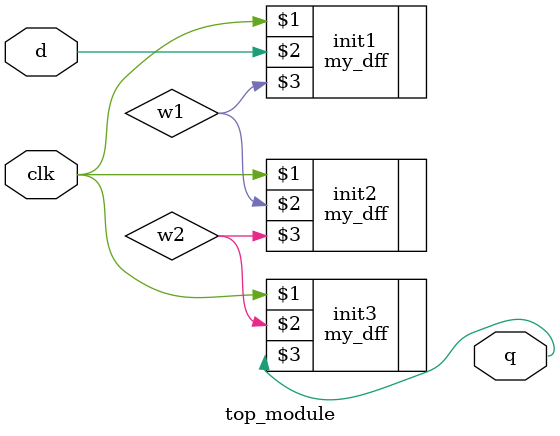
<source format=v>
module top_module ( input clk, input d, output q );
    wire w1,w2;
    my_dff init1(clk,d,w1);
    my_dff init2(clk,w1,w2);
    my_dff init3(clk,w2,q);
endmodule
</source>
